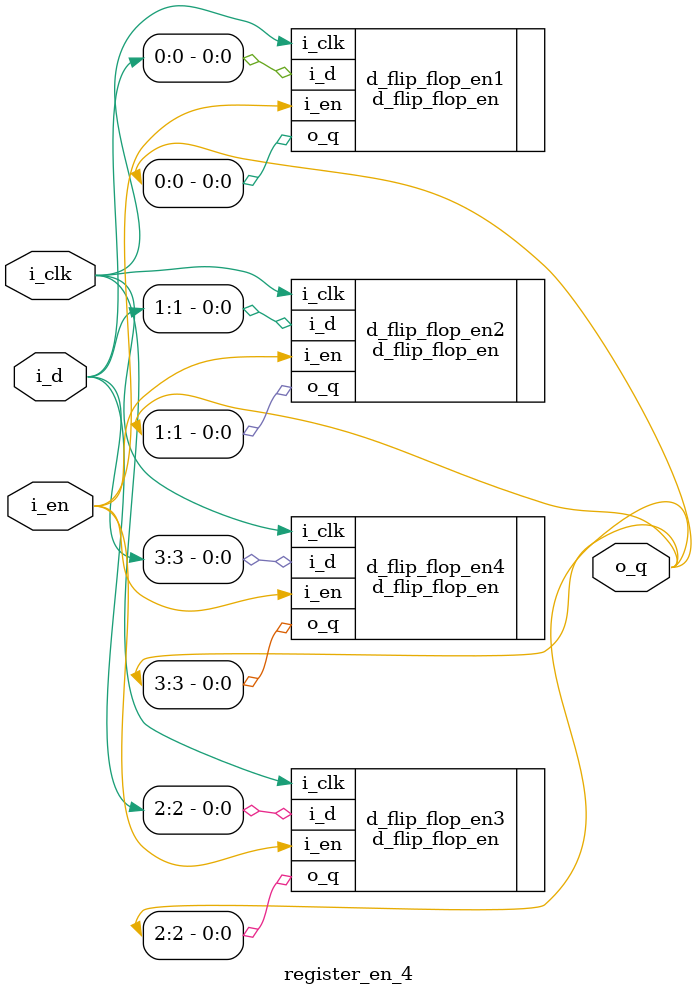
<source format=sv>
module register_en_4( input  logic       i_clk,
                      input  logic       i_en,
                      input  logic [3:0] i_d,
                      output logic [3:0] o_q );
    
    d_flip_flop_en d_flip_flop_en1(.i_clk(i_clk), .i_en(i_en), .i_d(i_d[0]), .o_q(o_q[0]));
    d_flip_flop_en d_flip_flop_en2(.i_clk(i_clk), .i_en(i_en), .i_d(i_d[1]), .o_q(o_q[1]));
    d_flip_flop_en d_flip_flop_en3(.i_clk(i_clk), .i_en(i_en), .i_d(i_d[2]), .o_q(o_q[2]));
    d_flip_flop_en d_flip_flop_en4(.i_clk(i_clk), .i_en(i_en), .i_d(i_d[3]), .o_q(o_q[3]));

endmodule

/**
 * Allows to save/write and load/read 4bit of information at once
 * has 4bits of data input (d0 - d3)
 * has 4bits of data output (q0 -q3)
 * EN (enables) --> Boolean defining if current information at data input is saved
 * CLK --> to time saving/loading data
*/
</source>
